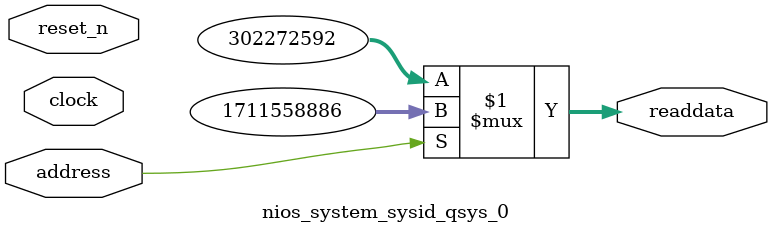
<source format=v>



// synthesis translate_off
`timescale 1ns / 1ps
// synthesis translate_on

// turn off superfluous verilog processor warnings 
// altera message_level Level1 
// altera message_off 10034 10035 10036 10037 10230 10240 10030 

module nios_system_sysid_qsys_0 (
               // inputs:
                address,
                clock,
                reset_n,

               // outputs:
                readdata
             )
;

  output  [ 31: 0] readdata;
  input            address;
  input            clock;
  input            reset_n;

  wire    [ 31: 0] readdata;
  //control_slave, which is an e_avalon_slave
  assign readdata = address ? 1711558886 : 302272592;

endmodule



</source>
